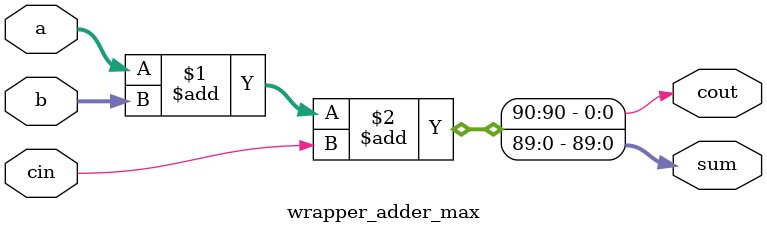
<source format=v>

parameter size = 90;  /* declare a parameter. default required */

module wrapper_adder_max(cout, sum, a, b, cin);
output cout;
output [size-1:0] sum; 	 // sum uses the size parameter
input cin;
input [size-1:0] a, b;  // 'a' and 'b' use the size parameter

assign {cout, sum} = a + b + cin;

endmodule










</source>
